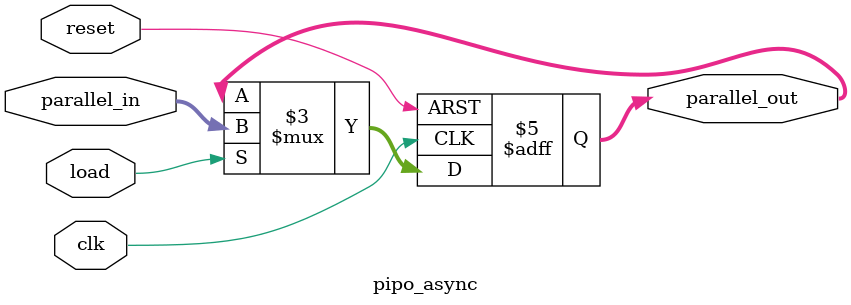
<source format=v>
module pipo_async (
    input clk,              
    input reset,            
    input load,             
    input [3:0] parallel_in,
    output reg [3:0] parallel_out 
);

    always @(posedge clk or posedge reset) begin
        if (reset)
            parallel_out <= 4'b0000;     
        else if (load)
            parallel_out <= parallel_in; 
        else
            parallel_out <= parallel_out; 
    end

endmodule


</source>
